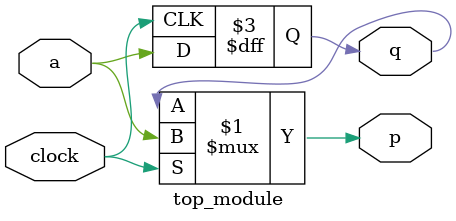
<source format=v>
module top_module (
    input clock,
    input a,
    output p,
    output reg q );
    
    assign p = clock ? a : q;

    always @(negedge clock) q <= a;
     
endmodule

</source>
